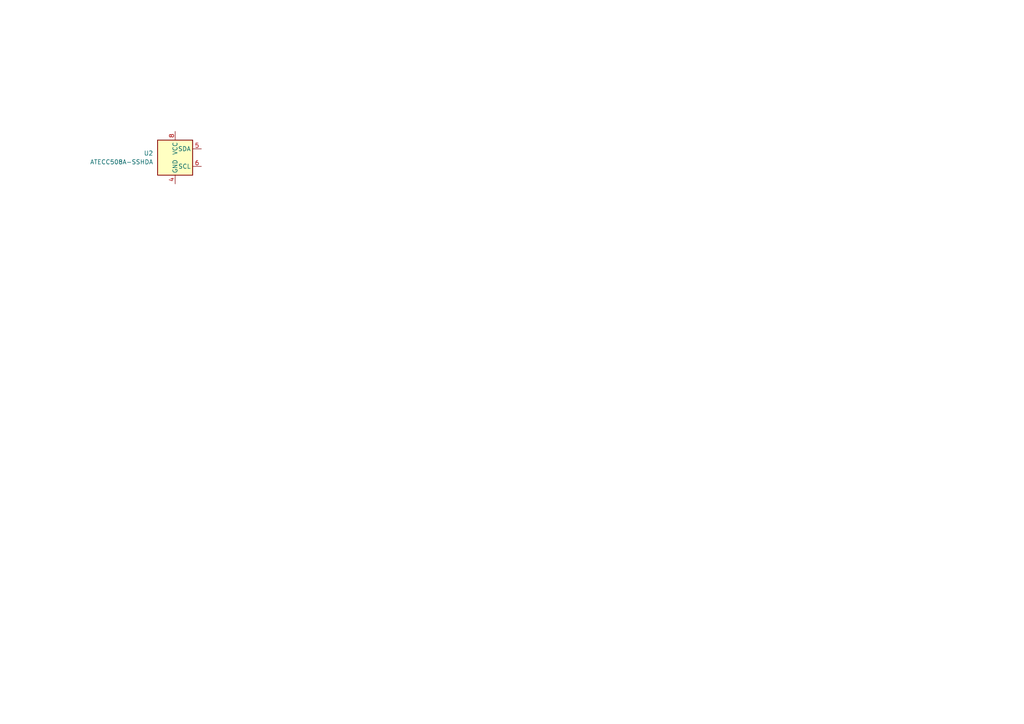
<source format=kicad_sch>
(kicad_sch (version 20250114) (generator "eeschema") (generator_version "9.0")
  (paper "A4")
  (lib_symbols
    (symbol "Security:ATECC508A-SSHDA"
      (property "Reference" "U" (at 3.81 6.35 0))
      (property "Value" "ATECC508A-SSHDA" (at 10.16 -6.35 0))
      (symbol "ATECC508A-SSHDA_0_1"
        (rectangle (start -5.08 5.08) (end 5.08 -5.08) (stroke (width 0.254)) (fill (type background)))
      )
      (symbol "ATECC508A-SSHDA_1_1"
        (pin no_connect line (at -5.08 2.54 0) (length 2.54) (hide yes) (name "NC") (number "1"))
        (pin no_connect line (at -5.08 0 0) (length 2.54) (hide yes) (name "NC") (number "2"))
        (pin no_connect line (at -5.08 -2.54 0) (length 2.54) (hide yes) (name "NC") (number "3"))
        (pin power_in line (at 0 7.62 270) (length 2.54) (name "VCC") (number "8"))
        (pin power_in line (at 0 -7.62 90) (length 2.54) (name "GND") (number "4"))
        (pin no_connect line (at 5.08 0 180) (length 2.54) (hide yes) (name "NC") (number "7"))
        (pin bidirectional line (at 7.62 2.54 180) (length 2.54) (name "SDA") (number "5"))
        (pin input line (at 7.62 -2.54 180) (length 2.54) (name "SCL") (number "6"))
      )
    )
  )
  (symbol (lib_id "Security:ATECC508A-SSHDA") (at 50.8 45.72 0) (unit 1)
    (property "Reference" "U2" (at 44.45 44.45 0) (effects (justify right)))
    (property "Value" "ATECC508A-SSHDA" (at 44.45 46.99 0) (effects (justify right)))
    (property "Footprint" "Package_SO:SOIC-8_3.9x4.9mm_P1.27mm" (effects (hide yes)))
    (property "Datasheet" "https://ww1.microchip.com/downloads/aemDocuments/documents/OTH/ProductDocuments/DataSheets/20005928A.pdf" (effects (hide yes)))
  )
)
</source>
